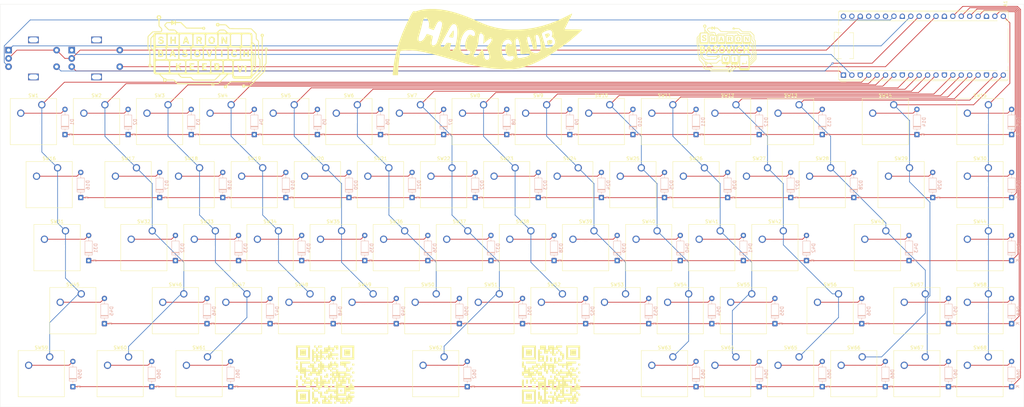
<source format=kicad_pcb>
(kicad_pcb (version 20241229) (generator "pcbnew") (generator_version "9.0")
  (layers (0 "F.Cu" signal) (2 "B.Cu" signal) (13 "F.Paste" user) (15 "B.Paste" user) (5 "F.SilkS" user "F.Silkscreen") (7 "B.SilkS" user "B.Silkscreen") (1 "F.Mask" user) (3 "B.Mask" user) (25 "Edge.Cuts" user))
  (net 0 "")
  (net 1 "C11")
  (net 3 "C14")
  (net 4 "Net-(A1-GPIO26_ADC0)")
  (net 5 "C7")
  (net 6 "C9")
  (net 7 "C12")
  (net 8 "C4")
  (net 9 "r3")
  (net 10 "GND")
  (net 11 "C8")
  (net 12 "C1")
  (net 13 "Net-(A1-GPIO22)")
  (net 14 "C13")
  (net 15 "C15")
  (net 16 "r2")
  (net 17 "C3")
  (net 18 "C6")
  (net 22 "C10")
  (net 23 "r4")
  (net 25 "C2")
  (net 26 "Net-(A1-GPIO28_ADC2)")
  (net 27 "Net-(A1-GPIO1)")
  (net 28 "Net-(A1-GPIO0)")
  (net 29 "C5")
  (net 31 "r5")
  (net 33 "r1")
  (net 34 "Net-(A1-GPIO27_ADC1)")
  (net 35 "Net-(D1-A)")
  (net 36 "Net-(D2-A)")
  (net 37 "Net-(D3-A)")
  (net 38 "Net-(D4-A)")
  (net 39 "Net-(D5-A)")
  (net 40 "Net-(D6-A)")
  (net 41 "Net-(D7-A)")
  (net 42 "Net-(D8-A)")
  (net 43 "Net-(D9-A)")
  (net 44 "Net-(D10-A)")
  (net 45 "Net-(D11-A)")
  (net 46 "Net-(D12-A)")
  (net 47 "Net-(D13-A)")
  (net 48 "Net-(D14-A)")
  (net 49 "Net-(D15-A)")
  (net 50 "Net-(D16-A)")
  (net 51 "Net-(D17-A)")
  (net 52 "Net-(D18-A)")
  (net 53 "Net-(D19-A)")
  (net 54 "Net-(D20-A)")
  (net 55 "Net-(D21-A)")
  (net 56 "Net-(D22-A)")
  (net 57 "Net-(D23-A)")
  (net 58 "Net-(D24-A)")
  (net 59 "Net-(D25-A)")
  (net 60 "Net-(D26-A)")
  (net 61 "Net-(D27-A)")
  (net 62 "Net-(D28-A)")
  (net 63 "Net-(D29-A)")
  (net 64 "Net-(D30-A)")
  (net 65 "Net-(D31-A)")
  (net 66 "Net-(D32-A)")
  (net 67 "Net-(D33-A)")
  (net 68 "Net-(D34-A)")
  (net 69 "Net-(D35-A)")
  (net 70 "Net-(D36-A)")
  (net 71 "Net-(D37-A)")
  (net 72 "Net-(D38-A)")
  (net 73 "Net-(D39-A)")
  (net 74 "Net-(D40-A)")
  (net 75 "Net-(D41-A)")
  (net 76 "Net-(D42-A)")
  (net 77 "Net-(D43-A)")
  (net 78 "Net-(D44-A)")
  (net 79 "Net-(D45-A)")
  (net 80 "Net-(D46-A)")
  (net 81 "Net-(D47-A)")
  (net 82 "Net-(D48-A)")
  (net 83 "Net-(D49-A)")
  (net 84 "Net-(D50-A)")
  (net 85 "Net-(D51-A)")
  (net 86 "Net-(D52-A)")
  (net 87 "Net-(D53-A)")
  (net 88 "Net-(D54-A)")
  (net 89 "Net-(D55-A)")
  (net 90 "Net-(D56-A)")
  (net 91 "Net-(D57-A)")
  (net 92 "Net-(D58-A)")
  (net 93 "Net-(D59-A)")
  (net 94 "Net-(D60-A)")
  (net 95 "Net-(D61-A)")
  (net 96 "Net-(D62-A)")
  (net 97 "Net-(D63-A)")
  (net 98 "Net-(D64-A)")
  (net 99 "Net-(D65-A)")
  (net 100 "Net-(D66-A)")
  (net 101 "Net-(D67-A)")
  (net 102 "Net-(D68-A)")
  (footprint "Button_Switch_Keyboard:SW_Cherry_MX_1.00u_PCB_Sharon" (layer "F.Cu") (at 337.9875 134.18)
    (property "Reference" "SW58")
    (property "Value" "SW_Push")
  )
  (footprint "Button_Switch_Keyboard:SW_Cherry_MX_1.00u_PCB_Sharon" (layer "F.Cu") (at 266.55 134.18)
    (property "Reference" "SW55")
    (property "Value" "SW_Push")
  )
  (footprint "Button_Switch_Keyboard:SW_Cherry_MX_1.00u_PCB_Sharon" (layer "F.Cu") (at 337.9875 115.13)
    (property "Reference" "SW44")
    (property "Value" "SW_Push")
  )
  (footprint "ScottoKeebs_Scotto:Encoder_EC11_MX" (layer "F.Cu") (at 49.7 63.02)
    (property "Reference" "SW70" (hide yes))
    (property "Value" "RotaryEncoder_Switch_MP" (hide yes))
  )
  (footprint "highway:qr1" (layer "F.Cu") (at 137.76 158.58)
    (property "Reference" "G***" (hide yes))
    (property "Value" "LOGO" (hide yes))
  )
  (footprint "Button_Switch_Keyboard:SW_Cherry_MX_1.00u_PCB_Sharon" (layer "F.Cu") (at 137.9625 96.08)
    (property "Reference" "SW20")
    (property "Value" "SW_Push")
  )
  (footprint "Button_Switch_Keyboard:SW_Cherry_MX_1.00u_PCB_Sharon" (layer "F.Cu") (at 223.6875 77.03)
    (property "Reference" "SW10")
    (property "Value" "SW_Push")
  )
  (footprint "highway:sbkeeb" (layer "F.Cu") (at 102.21 61.57)
    (property "Reference" "G***" (hide yes))
    (property "Value" "LOGO" (hide yes))
  )
  (footprint "Button_Switch_Keyboard:SW_Cherry_MX_1.00u_PCB_Sharon" (layer "F.Cu") (at 280.8375 153.23)
    (property "Reference" "SW65")
    (property "Value" "SW_Push")
  )
  (footprint "Button_Switch_Keyboard:SW_Cherry_MX_1.00u_PCB_Sharon" (layer "F.Cu") (at 292.74375 134.18)
    (property "Reference" "SW56")
    (property "Value" "SW_Push")
  )
  (footprint "Button_Switch_Keyboard:SW_Cherry_MX_1.00u_PCB_Sharon" (layer "F.Cu") (at 318.9375 153.23)
    (property "Reference" "SW67")
    (property "Value" "SW_Push")
  )
  (footprint "Button_Switch_Keyboard:SW_Cherry_MX_1.00u_PCB_Sharon" (layer "F.Cu") (at 142.725 115.13)
    (property "Reference" "SW35")
    (property "Value" "SW_Push")
  )
  (footprint "Button_Switch_Keyboard:SW_Cherry_MX_1.00u_PCB_Sharon" (layer "F.Cu") (at 64.14375 134.18)
    (property "Reference" "SW45")
    (property "Value" "SW_Push")
  )
  (footprint "Button_Switch_Keyboard:SW_Cherry_MX_1.00u_PCB_Sharon" (layer "F.Cu") (at 52.2375 77.03)
    (property "Reference" "SW1")
    (property "Value" "SW_Push")
  )
  (footprint "highway:hc" (layer "F.Cu") (at 186.844175 58.060875)
    (property "Reference" "G***" (hide yes))
    (property "Value" "LOGO" (hide yes))
  )
  (footprint "Button_Switch_Keyboard:SW_Cherry_MX_1.00u_PCB_Sharon" (layer "F.Cu") (at 185.5875 77.03)
    (property "Reference" "SW8")
    (property "Value" "SW_Push")
  )
  (footprint "Button_Switch_Keyboard:SW_Cherry_MX_1.00u_PCB_Sharon" (layer "F.Cu") (at 337.9875 153.23)
    (property "Reference" "SW68")
    (property "Value" "SW_Push")
  )
  (footprint "Button_Switch_Keyboard:SW_Cherry_MX_1.00u_PCB_Sharon" (layer "F.Cu") (at 102.24375 153.23)
    (property "Reference" "SW61")
    (property "Value" "SW_Push")
  )
  (footprint "Button_Switch_Keyboard:SW_Cherry_MX_1.00u_PCB_Sharon" (layer "F.Cu") (at 176.0625 96.08)
    (property "Reference" "SW22")
    (property "Value" "SW_Push")
  )
  (footprint "Button_Switch_Keyboard:SW_Cherry_MX_1.00u_PCB_Sharon" (layer "F.Cu") (at 80.8125 96.08)
    (property "Reference" "SW17")
    (property "Value" "SW_Push")
  )
  (footprint "highway:SBfinal" (layer "F.Cu") (at 259.114808 59.937383)
    (property "Reference" "G***" (hide yes))
    (property "Value" "LOGO" (hide yes))
  )
  (footprint "Button_Switch_Keyboard:SW_Cherry_MX_1.00u_PCB_Sharon" (layer "F.Cu") (at 90.3375 77.03)
    (property "Reference" "SW3")
    (property "Value" "SW_Push")
  )
  (footprint "Button_Switch_Keyboard:SW_Cherry_MX_1.00u_PCB_Sharon" (layer "F.Cu") (at 152.25 134.18)
    (property "Reference" "SW49")
    (property "Value" "SW_Push")
  )
  (footprint "Button_Switch_Keyboard:SW_Cherry_MX_1.00u_PCB_Sharon" (layer "F.Cu") (at 118.9125 96.08)
    (property "Reference" "SW19")
    (property "Value" "SW_Push")
  )
  (footprint "Button_Switch_Keyboard:SW_Cherry_MX_1.00u_PCB_Sharon" (layer "F.Cu") (at 276.075 115.13)
    (property "Reference" "SW42")
    (property "Value" "SW_Push")
  )
  (footprint "Button_Switch_Keyboard:SW_Cherry_MX_1.00u_PCB_Sharon" (layer "F.Cu") (at 128.4375 77.03)
    (property "Reference" "SW5")
    (property "Value" "SW_Push")
  )
  (footprint "Button_Switch_Keyboard:SW_Cherry_MX_1.00u_PCB_Sharon" (layer "F.Cu") (at 237.975 115.13)
    (property "Reference" "SW40")
    (property "Value" "SW_Push")
  )
  (footprint "Button_Switch_Keyboard:SW_Cherry_MX_1.00u_PCB_Sharon" (layer "F.Cu") (at 59.38125 115.13)
    (property "Reference" "SW31")
    (property "Value" "SW_Push")
  )
  (footprint "Button_Switch_Keyboard:SW_Cherry_MX_1.00u_PCB_Sharon" (layer "F.Cu") (at 309.4125 77.03)
    (property "Reference" "SW14")
    (property "Value" "SW_Push")
  )
  (footprint "Button_Switch_Keyboard:SW_Cherry_MX_1.00u_PCB_Sharon" (layer "F.Cu") (at 161.775 115.13)
    (property "Reference" "SW36")
    (property "Value" "SW_Push")
  )
  (footprint "Button_Switch_Keyboard:SW_Cherry_MX_1.00u_PCB_Sharon" (layer "F.Cu") (at 290.3625 96.08)
    (property "Reference" "SW28")
    (property "Value" "SW_Push")
  )
  (footprint "Button_Switch_Keyboard:SW_Cherry_MX_1.00u_PCB_Sharon" (layer "F.Cu") (at 166.5375 77.03)
    (property "Reference" "SW7")
    (property "Value" "SW_Push")
  )
  (footprint "Button_Switch_Keyboard:SW_Cherry_MX_1.00u_PCB_Sharon" (layer "F.Cu") (at 257.025 115.13)
    (property "Reference" "SW41")
    (property "Value" "SW_Push")
  )
  (footprint "Button_Switch_Keyboard:SW_Cherry_MX_1.00u_PCB_Sharon" (layer "F.Cu") (at 337.9875 77.03)
    (property "Reference" "SW15")
    (property "Value" "SW_Push")
  )
  (footprint "Button_Switch_Keyboard:SW_Cherry_MX_1.00u_PCB_Sharon" (layer "F.Cu") (at 78.43125 153.23)
    (property "Reference" "SW60")
    (property "Value" "SW_Push")
  )
  (footprint "Button_Switch_Keyboard:SW_Cherry_MX_1.00u_PCB_Sharon" (layer "F.Cu") (at 252.2625 96.08)
    (property "Reference" "SW26")
    (property "Value" "SW_Push")
  )
  (footprint "Button_Switch_Keyboard:SW_Cherry_MX_1.00u_PCB_Sharon" (layer "F.Cu") (at 109.3875 77.03)
    (property "Reference" "SW4")
    (property "Value" "SW_Push")
  )
  (footprint "Button_Switch_Keyboard:SW_Cherry_MX_1.00u_PCB_Sharon" (layer "F.Cu") (at 57 96.08)
    (property "Reference" "SW16")
    (property "Value" "SW_Push")
  )
  (footprint "Button_Switch_Keyboard:SW_Cherry_MX_1.00u_PCB_Sharon" (layer "F.Cu") (at 195.1125 96.08)
    (property "Reference" "SW23")
    (property "Value" "SW_Push")
  )
  (footprint "Button_Switch_Keyboard:SW_Cherry_MX_1.00u_PCB_Sharon" (layer "F.Cu") (at 307.03125 115.13)
    (property "Reference" "SW43")
    (property "Value" "SW_Push")
  )
  (footprint "Button_Switch_Keyboard:SW_Cherry_MX_1.00u_PCB_Sharon" (layer "F.Cu") (at 218.925 115.13)
    (property "Reference" "SW39")
    (property "Value" "SW_Push")
  )
  (footprint "Button_Switch_Keyboard:SW_Cherry_MX_1.00u_PCB_Sharon" (layer "F.Cu") (at 261.7875 77.03)
    (property "Reference" "SW12")
    (property "Value" "SW_Push")
  )
  (footprint "Button_Switch_Keyboard:SW_Cherry_MX_1.00u_PCB_Sharon" (layer "F.Cu") (at 261.7875 153.23)
    (property "Reference" "SW64")
    (property "Value" "SW_Push")
  )
  (footprint "Button_Switch_Keyboard:SW_Cherry_MX_1.00u_PCB_Sharon" (layer "F.Cu") (at 123.675 115.13)
    (property "Reference" "SW34")
    (property "Value" "SW_Push")
  )
  (footprint "Button_Switch_Keyboard:SW_Cherry_MX_1.00u_PCB_Sharon" (layer "F.Cu") (at 299.8875 153.23)
    (property "Reference" "SW66")
    (property "Value" "SW_Push")
  )
  (footprint "Button_Switch_Keyboard:SW_Cherry_MX_1.00u_PCB_Sharon" (layer "F.Cu") (at 54.61875 153.23)
    (property "Reference" "SW59")
    (property "Value" "SW_Push")
  )
  (footprint "Button_Switch_Keyboard:SW_Cherry_MX_1.00u_PCB_Sharon" (layer "F.Cu") (at 314.175 96.08)
    (property "Reference" "SW29")
    (property "Value" "SW_Push")
  )
  (footprint "Button_Switch_Keyboard:SW_Cherry_MX_1.00u_PCB_Sharon" (layer "F.Cu") (at 214.1625 96.08)
    (property "Reference" "SW24")
    (property "Value" "SW_Push")
  )
  (footprint "Button_Switch_Keyboard:SW_Cherry_MX_1.00u_PCB_Sharon" (layer "F.Cu") (at 337.9875 96.08)
    (property "Reference" "SW30")
    (property "Value" "SW_Push")
  )
  (footprint "Module:RaspberryPi_Pico_Common_THT" (layer "F.Cu") (at 294.23 68.06 90)
    (property "Reference" "A1")
    (property "Value" "RaspberryPi_Pico")
  )
  (footprint "Button_Switch_Keyboard:SW_Cherry_MX_1.00u_PCB_Sharon" (layer "F.Cu") (at 199.875 115.13)
    (property "Reference" "SW38")
    (property "Value" "SW_Push")
  )
  (footprint "Button_Switch_Keyboard:SW_Cherry_MX_1.00u_PCB_Sharon" (layer "F.Cu") (at 318.9375 134.18)
    (property "Reference" "SW57")
    (property "Value" "SW_Push")
  )
  (footprint "Button_Switch_Keyboard:SW_Cherry_MX_1.00u_PCB_Sharon" (layer "F.Cu") (at 85.575 115.13)
    (property "Reference" "SW32")
    (property "Value" "SW_Push")
  )
  (footprint "Button_Switch_Keyboard:SW_Cherry_MX_1.00u_PCB_Sharon" (layer "F.Cu") (at 204.6375 77.03)
    (property "Reference" "SW9")
    (property "Value" "SW_Push")
  )
  (footprint "Button_Switch_Keyboard:SW_Cherry_MX_1.00u_PCB_Sharon" (layer "F.Cu") (at 71.2875 77.03)
    (property "Reference" "SW2")
    (property "Value" "SW_Push")
  )
  (footprint "Button_Switch_Keyboard:SW_Cherry_MX_1.00u_PCB_Sharon" (layer "F.Cu") (at 180.825 115.13)
    (property "Reference" "SW37")
    (property "Value" "SW_Push")
  )
  (footprint "Button_Switch_Keyboard:SW_Cherry_MX_1.00u_PCB_Sharon" (layer "F.Cu") (at 95.1 134.18)
    (property "Reference" "SW46")
    (property "Value" "SW_Push")
  )
  (footprint "Button_Switch_Keyboard:SW_Cherry_MX_1.00u_PCB_Sharon" (layer "F.Cu") (at 114.15 134.18)
    (property "Reference" "SW47")
    (property "Value" "SW_Push")
  )
  (footprint "Button_Switch_Keyboard:SW_Cherry_MX_1.00u_PCB_Sharon" (layer "F.Cu") (at 233.2125 96.08)
    (property "Reference" "SW25")
    (property "Value" "SW_Push")
  )
  (footprint "Button_Switch_Keyboard:SW_Cherry_MX_1.00u_PCB_Sharon" (layer "F.Cu") (at 147.4875 77.03)
    (property "Reference" "SW6")
    (property "Value" "SW_Push")
  )
  (footprint "Button_Switch_Keyboard:SW_Cherry_MX_1.00u_PCB_Sharon" (layer "F.Cu") (at 242.7375 153.23)
    (property "Reference" "SW63")
    (property "Value" "SW_Push")
  )
  (footprint "Button_Switch_Keyboard:SW_Cherry_MX_1.00u_PCB_Sharon" (layer "F.Cu") (at 133.2 134.18)
    (property "Reference" "SW48")
    (property "Value" "SW_Push")
  )
  (footprint "Button_Switch_Keyboard:SW_Cherry_MX_1.00u_PCB_Sharon" (layer "F.Cu") (at 190.35 134.18)
    (property "Reference" "SW51")
    (property "Value" "SW_Push")
  )
  (footprint "Button_Switch_Keyboard:SW_Cherry_MX_1.00u_PCB_Sharon" (layer "F.Cu") (at 228.45 134.18)
    (property "Reference" "SW53")
    (property "Value" "SW_Push")
  )
  (footprint "Button_Switch_Keyboard:SW_Cherry_MX_1.00u_PCB_Sharon" (layer "F.Cu") (at 271.3125 96.08)
    (property "Reference" "SW27")
    (property "Value" "SW_Push")
  )
  (footprint "highway:qr2" (layer "F.Cu") (at 205.96 158.58)
    (property "Reference" "G***" (hide yes))
    (property "Value" "LOGO" (hide yes))
  )
  (footprint "Button_Switch_Keyboard:SW_Cherry_MX_1.00u_PCB_Sharon" (layer "F.Cu") (at 173.68125 153.23)
    (property "Reference" "SW62")
    (property "Value" "SW_Push")
  )
  (footprint "Button_Switch_Keyboard:SW_Cherry_MX_1.00u_PCB_Sharon" (layer "F.Cu") (at 171.3 134.18)
    (property "Reference" "SW50")
    (property "Value" "SW_Push")
  )
  (footprint "Button_Switch_Keyboard:SW_Cherry_MX_1.00u_PCB_Sharon" (layer "F.Cu") (at 209.4 134.18)
    (property "Reference" "SW52")
    (property "Value" "SW_Push")
  )
  (footprint "Button_Switch_Keyboard:SW_Cherry_MX_1.00u_PCB_Sharon" (layer "F.Cu") (at 157.0125 96.08)
    (property "Reference" "SW21")
    (property "Value" "SW_Push")
  )
  (footprint "Button_Switch_Keyboard:SW_Cherry_MX_1.00u_PCB_Sharon" (layer "F.Cu") (at 280.8375 77.03)
    (property "Reference" "SW13")
    (property "Value" "SW_Push")
  )
  (footprint "ScottoKeebs_Scotto:Encoder_EC11_MX" (layer "F.Cu") (at 68.77 63.02)
    (property "Reference" "SW69" (hide yes))
    (property "Value" "RotaryEncoder_Switch_MP" (hide yes))
  )
  (footprint "Button_Switch_Keyboard:SW_Cherry_MX_1.00u_PCB_Sharon" (layer "F.Cu") (at 242.7375 77.03)
    (property "Reference" "SW11")
    (property "Value" "SW_Push")
  )
  (footprint "Button_Switch_Keyboard:SW_Cherry_MX_1.00u_PCB_Sharon" (layer "F.Cu") (at 247.5 134.18)
    (property "Reference" "SW54")
    (property "Value" "SW_Push")
  )
  (footprint "Button_Switch_Keyboard:SW_Cherry_MX_1.00u_PCB_Sharon" (layer "F.Cu") (at 104.625 115.13)
    (property "Reference" "SW33")
    (property "Value" "SW_Push")
  )
  (footprint "Button_Switch_Keyboard:SW_Cherry_MX_1.00u_PCB_Sharon" (layer "F.Cu") (at 99.8625 96.08)
    (property "Reference" "SW18")
    (property "Value" "SW_Push")
  )
  (footprint "Diode_THT:D_DO-35_SOD27_P7.62mm_Horizontal" (layer "B.Cu") (at 106.8625 105.08 90)
    (property "Reference" "D18")
    (property "Value" "1N4148")
  )
  (footprint "Diode_THT:D_DO-35_SOD27_P7.62mm_Horizontal" (layer "B.Cu") (at 344.9875 143.18 90)
    (property "Reference" "D58")
    (property "Value" "1N4148")
  )
  (footprint "Diode_THT:D_DO-35_SOD27_P7.62mm_Horizontal" (layer "B.Cu") (at 230.6875 86.03 90)
    (property "Reference" "D10")
    (property "Value" "1N4148")
  )
  (footprint "Diode_THT:D_DO-35_SOD27_P7.62mm_Horizontal" (layer "B.Cu") (at 344.9875 162.23 90)
    (property "Reference" "D68")
    (property "Value" "1N4148")
  )
  (footprint "Diode_THT:D_DO-35_SOD27_P7.62mm_Horizontal" (layer "B.Cu") (at 85.43125 162.23 90)
    (property "Reference" "D60")
    (property "Value" "1N4148")
  )
  (footprint "Diode_THT:D_DO-35_SOD27_P7.62mm_Horizontal" (layer "B.Cu") (at 168.775 124.13 90)
    (property "Reference" "D36")
    (property "Value" "1N4148")
  )
  (footprint "Diode_THT:D_DO-35_SOD27_P7.62mm_Horizontal" (layer "B.Cu") (at 287.8375 162.23 90)
    (property "Reference" "D65")
    (property "Value" "1N4148")
  )
  (footprint "Diode_THT:D_DO-35_SOD27_P7.62mm_Horizontal" (layer "B.Cu") (at 64 105.08 90)
    (property "Reference" "D16")
    (property "Value" "1N4148")
  )
  (footprint "Diode_THT:D_DO-35_SOD27_P7.62mm_Horizontal" (layer "B.Cu") (at 225.925 124.13 90)
    (property "Reference" "D39")
    (property "Value" "1N4148")
  )
  (footprint "Diode_THT:D_DO-35_SOD27_P7.62mm_Horizontal" (layer "B.Cu") (at 183.0625 105.08 90)
    (property "Reference" "D22")
    (property "Value" "1N4148")
  )
  (footprint "Diode_THT:D_DO-35_SOD27_P7.62mm_Horizontal" (layer "B.Cu") (at 254.5 143.18 90)
    (property "Reference" "D54")
    (property "Value" "1N4148")
  )
  (footprint "Diode_THT:D_DO-35_SOD27_P7.62mm_Horizontal" (layer "B.Cu") (at 61.61875 162.23 90)
    (property "Reference" "D59")
    (property "Value" "1N4148")
  )
  (footprint "Diode_THT:D_DO-35_SOD27_P7.62mm_Horizontal" (layer "B.Cu") (at 59.2375 86.03 90)
    (property "Reference" "D1")
    (property "Value" "1N4148")
  )
  (footprint "Diode_THT:D_DO-35_SOD27_P7.62mm_Horizontal" (layer "B.Cu") (at 316.4125 86.03 90)
    (property "Reference" "D14")
    (property "Value" "1N4148")
  )
  (footprint "Diode_THT:D_DO-35_SOD27_P7.62mm_Horizontal" (layer "B.Cu") (at 116.3875 86.03 90)
    (property "Reference" "D4")
    (property "Value" "1N4148")
  )
  (footprint "Diode_THT:D_DO-35_SOD27_P7.62mm_Horizontal" (layer "B.Cu") (at 66.38125 124.13 90)
    (property "Reference" "D31")
    (property "Value" "1N4148")
  )
  (footprint "Diode_THT:D_DO-35_SOD27_P7.62mm_Horizontal" (layer "B.Cu") (at 344.9875 105.08 90)
    (property "Reference" "D30")
    (property "Value" "1N4148")
  )
  (footprint "Diode_THT:D_DO-35_SOD27_P7.62mm_Horizontal" (layer "B.Cu") (at 125.9125 105.08 90)
    (property "Reference" "D19")
    (property "Value" "1N4148")
  )
  (footprint "Diode_THT:D_DO-35_SOD27_P7.62mm_Horizontal" (layer "B.Cu") (at 211.6375 86.03 90)
    (property "Reference" "D9")
    (property "Value" "1N4148")
  )
  (footprint "Diode_THT:D_DO-35_SOD27_P7.62mm_Horizontal" (layer "B.Cu") (at 111.625 124.13 90)
    (property "Reference" "D33")
    (property "Value" "1N4148")
  )
  (footprint "Diode_THT:D_DO-35_SOD27_P7.62mm_Horizontal" (layer "B.Cu") (at 78.2875 86.03 90)
    (property "Reference" "D2")
    (property "Value" "1N4148")
  )
  (footprint "Diode_THT:D_DO-35_SOD27_P7.62mm_Horizontal" (layer "B.Cu") (at 92.575 124.13 90)
    (property "Reference" "D32")
    (property "Value" "1N4148")
  )
  (footprint "Diode_THT:D_DO-35_SOD27_P7.62mm_Horizontal" (layer "B.Cu") (at 121.15 143.18 90)
    (property "Reference" "D47")
    (property "Value" "1N4148")
  )
  (footprint "Diode_THT:D_DO-35_SOD27_P7.62mm_Horizontal" (layer "B.Cu") (at 287.8375 86.03 90)
    (property "Reference" "D13")
    (property "Value" "1N4148")
  )
  (footprint "Diode_THT:D_DO-35_SOD27_P7.62mm_Horizontal" (layer "B.Cu") (at 87.8125 105.08 90)
    (property "Reference" "D17")
    (property "Value" "1N4148")
  )
  (footprint "Diode_THT:D_DO-35_SOD27_P7.62mm_Horizontal" (layer "B.Cu") (at 249.7375 86.03 90)
    (property "Reference" "D11")
    (property "Value" "1N4148")
  )
  (footprint "Diode_THT:D_DO-35_SOD27_P7.62mm_Horizontal" (layer "B.Cu") (at 306.8875 162.23 90)
    (property "Reference" "D66")
    (property "Value" "1N4148")
  )
  (footprint "Diode_THT:D_DO-35_SOD27_P7.62mm_Horizontal" (layer "B.Cu") (at 180.68125 162.23 90)
    (property "Reference" "D62")
    (property "Value" "1N4148")
  )
  (footprint "Diode_THT:D_DO-35_SOD27_P7.62mm_Horizontal" (layer "B.Cu") (at 259.2625 105.08 90)
    (property "Reference" "D26")
    (property "Value" "1N4148")
  )
  (footprint "Diode_THT:D_DO-35_SOD27_P7.62mm_Horizontal" (layer "B.Cu") (at 192.5875 86.03 90)
    (property "Reference" "D8")
    (property "Value" "1N4148")
  )
  (footprint "Diode_THT:D_DO-35_SOD27_P7.62mm_Horizontal" (layer "B.Cu") (at 178.3 143.18 90)
    (property "Reference" "D50")
    (property "Value" "1N4148")
  )
  (footprint "Diode_THT:D_DO-35_SOD27_P7.62mm_Horizontal" (layer "B.Cu") (at 344.9875 124.13 90)
    (property "Reference" "D44")
    (property "Value" "1N4148")
  )
  (footprint "Diode_THT:D_DO-35_SOD27_P7.62mm_Horizontal" (layer "B.Cu") (at 297.3625 105.08 90)
    (property "Reference" "D28")
    (property "Value" "1N4148")
  )
  (footprint "Diode_THT:D_DO-35_SOD27_P7.62mm_Horizontal" (layer "B.Cu") (at 264.025 124.13 90)
    (property "Reference" "D41")
    (property "Value" "1N4148")
  )
  (footprint "Diode_THT:D_DO-35_SOD27_P7.62mm_Horizontal" (layer "B.Cu") (at 314.03125 124.13 90)
    (property "Reference" "D43")
    (property "Value" "1N4148")
  )
  (footprint "Diode_THT:D_DO-35_SOD27_P7.62mm_Horizontal" (layer "B.Cu") (at 130.675 124.13 90)
    (property "Reference" "D34")
    (property "Value" "1N4148")
  )
  (footprint "Diode_THT:D_DO-35_SOD27_P7.62mm_Horizontal" (layer "B.Cu") (at 202.1125 105.08 90)
    (property "Reference" "D23")
    (property "Value" "1N4148")
  )
  (footprint "Diode_THT:D_DO-35_SOD27_P7.62mm_Horizontal" (layer "B.Cu") (at 187.825 124.13 90)
    (property "Reference" "D37")
    (property "Value" "1N4148")
  )
  (footprint "Diode_THT:D_DO-35_SOD27_P7.62mm_Horizontal" (layer "B.Cu") (at 268.7875 162.23 90)
    (property "Reference" "D64")
    (property "Value" "1N4148")
  )
  (footprint "Diode_THT:D_DO-35_SOD27_P7.62mm_Horizontal" (layer "B.Cu") (at 173.5375 86.03 90)
    (property "Reference" "D7")
    (property "Value" "1N4148")
  )
  (footprint "Diode_THT:D_DO-35_SOD27_P7.62mm_Horizontal" (layer "B.Cu") (at 249.7375 162.23 90)
    (property "Reference" "D63")
    (property "Value" "1N4148")
  )
  (footprint "Diode_THT:D_DO-35_SOD27_P7.62mm_Horizontal" (layer "B.Cu") (at 321.175 105.08 90)
    (property "Reference" "D29")
    (property "Value" "1N4148")
  )
  (footprint "Diode_THT:D_DO-35_SOD27_P7.62mm_Horizontal" (layer "B.Cu") (at 109.24375 162.23 90)
    (property "Reference" "D61")
    (property "Value" "1N4148")
  )
  (footprint "Diode_THT:D_DO-35_SOD27_P7.62mm_Horizontal" (layer "B.Cu") (at 71.14375 143.18 90)
    (property "Reference" "D45")
    (property "Value" "1N4148")
  )
  (footprint "Diode_THT:D_DO-35_SOD27_P7.62mm_Horizontal" (layer "B.Cu") (at 235.45 143.18 90)
    (property "Reference" "D53")
    (property "Value" "1N4148")
  )
  (footprint "Diode_THT:D_DO-35_SOD27_P7.62mm_Horizontal" (layer "B.Cu") (at 244.975 124.13 90)
    (property "Reference" "D40")
    (property "Value" "1N4148")
  )
  (footprint "Diode_THT:D_DO-35_SOD27_P7.62mm_Horizontal" (layer "B.Cu") (at 197.35 143.18 90)
    (property "Reference" "D51")
    (property "Value" "1N4148")
  )
  (footprint "Diode_THT:D_DO-35_SOD27_P7.62mm_Horizontal" (layer "B.Cu") (at 299.74375 143.18 90)
    (property "Reference" "D56")
    (property "Value" "1N4148")
  )
  (footprint "Diode_THT:D_DO-35_SOD27_P7.62mm_Horizontal" (layer "B.Cu") (at 97.3375 86.03 90)
    (property "Reference" "D3")
    (property "Value" "1N4148")
  )
  (footprint "Diode_THT:D_DO-35_SOD27_P7.62mm_Horizontal" (layer "B.Cu") (at 344.9875 86.03 90)
    (property "Reference" "D15")
    (property "Value" "1N4148")
  )
  (footprint "Diode_THT:D_DO-35_SOD27_P7.62mm_Horizontal" (layer "B.Cu") (at 102.1 143.18 90)
    (property "Reference" "D46")
    (property "Value" "1N4148")
  )
  (footprint "Diode_THT:D_DO-35_SOD27_P7.62mm_Horizontal" (layer "B.Cu") (at 325.9375 143.18 90)
    (property "Reference" "D57")
    (property "Value" "1N4148")
  )
  (footprint "Diode_THT:D_DO-35_SOD27_P7.62mm_Horizontal" (layer "B.Cu") (at 164.0125 105.08 90)
    (property "Reference" "D21")
    (property "Value" "1N4148")
  )
  (footprint "Diode_THT:D_DO-35_SOD27_P7.62mm_Horizontal" (layer "B.Cu") (at 144.9625 105.08 90)
    (property "Reference" "D20")
    (property "Value" "1N4148")
  )
  (footprint "Diode_THT:D_DO-35_SOD27_P7.62mm_Horizontal" (layer "B.Cu") (at 154.4875 86.03 90)
    (property "Reference" "D6")
    (property "Value" "1N4148")
  )
  (footprint "Diode_THT:D_DO-35_SOD27_P7.62mm_Horizontal" (layer "B.Cu") (at 273.55 143.18 90)
    (property "Reference" "D55")
    (property "Value" "1N4148")
  )
  (footprint "Diode_THT:D_DO-35_SOD27_P7.62mm_Horizontal" (layer "B.Cu") (at 149.725 124.13 90)
    (property "Reference" "D35")
    (property "Value" "1N4148")
  )
  (footprint "Diode_THT:D_DO-35_SOD27_P7.62mm_Horizontal" (layer "B.Cu") (at 140.2 143.18 90)
    (property "Reference" "D48")
    (property "Value" "1N4148")
  )
  (footprint "Diode_THT:D_DO-35_SOD27_P7.62mm_Horizontal" (layer "B.Cu") (at 278.3125 105.08 90)
    (property "Reference" "D27")
    (property "Value" "1N4148")
  )
  (footprint "Diode_THT:D_DO-35_SOD27_P7.62mm_Horizontal" (layer "B.Cu") (at 221.1625 105.08 90)
    (property "Reference" "D24")
    (property "Value" "1N4148")
  )
  (footprint "Diode_THT:D_DO-35_SOD27_P7.62mm_Horizontal" (layer "B.Cu") (at 240.2125 105.08 90)
    (property "Reference" "D25")
    (property "Value" "1N4148")
  )
  (footprint "Diode_THT:D_DO-35_SOD27_P7.62mm_Horizontal" (layer "B.Cu") (at 216.4 143.18 90)
    (property "Reference" "D52")
    (property "Value" "1N4148")
  )
  (footprint "Diode_THT:D_DO-35_SOD27_P7.62mm_Horizontal" (layer "B.Cu") (at 283.075 124.13 90)
    (property "Reference" "D42")
    (property "Value" "1N4148")
  )
  (footprint "Diode_THT:D_DO-35_SOD27_P7.62mm_Horizontal" (layer "B.Cu") (at 325.9375 162.23 90)
    (property "Reference" "D67")
    (property "Value" "1N4148")
  )
  (footprint "Diode_THT:D_DO-35_SOD27_P7.62mm_Horizontal" (layer "B.Cu") (at 268.7875 86.03 90)
    (property "Reference" "D12")
    (property "Value" "1N4148")
  )
  (footprint "Diode_THT:D_DO-35_SOD27_P7.62mm_Horizontal" (layer "B.Cu") (at 135.4375 86.03 90)
    (property "Reference" "D5")
    (property "Value" "1N4148")
  )
  (footprint "Diode_THT:D_DO-35_SOD27_P7.62mm_Horizontal" (layer "B.Cu") (at 206.875 124.13 90)
    (property "Reference" "D38")
    (property "Value" "1N4148")
  )
  (footprint "Diode_THT:D_DO-35_SOD27_P7.62mm_Horizontal" (layer "B.Cu") (at 159.25 143.18 90)
    (property "Reference" "D49")
    (property "Value" "1N4148")
  )
  (gr_rect (start 39.64 46.68) (end 348.72 168.38) (stroke (width 0.05)) (fill no) (layer "Edge.Cuts"))
  (segment (start 245.0775 74.69) (end 325.7 74.69) (width 0.2) (layer "F.Cu") (net 1))
  (segment (start 242.7375 77.03) (end 245.0775 74.69) (width 0.2) (layer "F.Cu") (net 1))
  (segment (start 325.7 74.69) (end 332.33 68.06) (width 0.2) (layer "F.Cu") (net 1))
  (segment (start 260.687501 152.130001) (end 260.687501 139.257683) (width 0.2) (layer "B.Cu") (net 1))
  (segment (start 252.2625 96.08) (end 242.7375 86.555) (width 0.2) (layer "B.Cu") (net 1))
  (segment (start 266.55 134.18) (end 266.55 124.655) (width 0.2) (layer "B.Cu") (net 1))
  (segment (start 261.7875 153.23) (end 260.687501 152.130001) (width 0.2) (layer "B.Cu") (net 1))
  (segment (start 257.025 100.8425) (end 252.2625 96.08) (width 0.2) (layer "B.Cu") (net 1))
  (segment (start 260.687501 139.257683) (end 265.765184 134.18) (width 0.2) (layer "B.Cu") (net 1))
  (segment (start 242.7375 86.555) (end 242.7375 77.03) (width 0.2) (layer "B.Cu") (net 1))
  (segment (start 266.55 124.655) (end 257.025 115.13) (width 0.2) (layer "B.Cu") (net 1))
  (segment (start 265.765184 134.18) (end 266.55 134.18) (width 0.2) (layer "B.Cu") (net 1))
  (segment (start 257.025 115.13) (end 257.025 100.8425) (width 0.2) (layer "B.Cu") (net 1))
  (segment (start 309.4125 77.03) (end 333.52 77.03) (width 0.2) (layer "F.Cu") (net 3))
  (segment (start 333.52 77.03) (end 342.49 68.06) (width 0.2) (layer "F.Cu") (net 3))
  (segment (start 314.175 81.7925) (end 309.4125 77.03) (width 0.2) (layer "B.Cu") (net 3))
  (segment (start 320.3385 106.48197) (end 314.175 100.31847) (width 0.2) (layer "B.Cu") (net 3))
  (segment (start 318.9375 153.23) (end 319.517814 152.649686) (width 0.2) (layer "B.Cu") (net 3))
  (segment (start 320.3385 134.760314) (end 320.3385 106.48197) (width 0.2) (layer "B.Cu") (net 3))
  (segment (start 314.175 96.08) (end 314.175 81.7925) (width 0.2) (layer "B.Cu") (net 3))
  (segment (start 314.175 100.31847) (end 314.175 96.08) (width 0.2) (layer "B.Cu") (net 3))
  (segment (start 319.517814 135.581) (end 320.3385 134.760314) (width 0.2) (layer "B.Cu") (net 3))
  (segment (start 319.517814 152.649686) (end 319.517814 135.581) (width 0.2) (layer "B.Cu") (net 3))
  (segment (start 302.9 64.47) (end 317.09 50.28) (width 0.2) (layer "F.Cu") (net 4))
  (segment (start 290.98 64.47) (end 302.9 64.47) (width 0.2) (layer "F.Cu") (net 4))
  (via (at 290.98 64.47) (size 0.6) (drill 0.3) (layers "F.Cu" "B.Cu") (net 4))
  (segment (start 288.629 66.821) (end 290.98 64.47) (width 0.2) (layer "B.Cu") (net 4))
  (segment (start 56.7 65.52) (end 58.001 66.821) (width 0.2) (layer "B.Cu") (net 4))
  (segment (start 58.001 66.821) (end 288.629 66.821) (width 0.2) (layer "B.Cu") (net 4))
  (segment (start 314.77 72.92) (end 319.63 68.06) (width 0.2) (layer "F.Cu") (net 5))
  (segment (start 170.6475 72.92) (end 314.77 72.92) (width 0.2) (layer "F.Cu") (net 5))
  (segment (start 166.5375 77.03) (end 170.6475 72.92) (width 0.2) (layer "F.Cu") (net 5))
  (segment (start 189.5075 134.18) (end 190.35 134.18) (width 0.2) (layer "B.Cu") (net 5))
  (segment (start 176.0625 110.3675) (end 176.0625 96.08) (width 0.2) (layer "B.Cu") (net 5))
  (segment (start 190.35 134.18) (end 190.35 124.655) (width 0.2) (layer "B.Cu") (net 5))
  (segment (start 173.68125 153.23) (end 173.68125 150.00625) (width 0.2) (layer "B.Cu") (net 5))
  (segment (start 176.0625 96.08) (end 176.0625 86.555) (width 0.2) (layer "B.Cu") (net 5))
  (segment (start 190.35 124.655) (end 180.825 115.13) (width 0.2) (layer "B.Cu") (net 5))
  (segment (start 173.68125 150.00625) (end 189.5075 134.18) (width 0.2) (layer "B.Cu") (net 5))
  (segment (start 176.0625 86.555) (end 166.5375 77.03) (width 0.2) (layer "B.Cu") (net 5))
  (segment (start 180.825 115.13) (end 176.0625 110.3675) (width 0.2) (layer "B.Cu") (net 5))
  (segment (start 204.6375 77.03) (end 207.8675 73.8) (width 0.2) (layer "F.Cu") (net 6))
  (segment (start 321.51 73.8) (end 327.25 68.06) (width 0.2) (layer "F.Cu") (net 6))
  (segment (start 207.8675 73.8) (end 321.51 73.8) (width 0.2) (layer "F.Cu") (net 6))
  (segment (start 204.6375 86.555) (end 214.1625 96.08) (width 0.2) (layer "B.Cu") (net 6))
  (segment (start 204.6375 77.03) (end 204.6375 86.555) (width 0.2) (layer "B.Cu") (net 6))
  (segment (start 214.1625 96.08) (end 218.925 100.8425) (width 0.2) (layer "B.Cu") (net 6))
  (segment (start 228.45 124.655) (end 228.45 134.18) (width 0.2) (layer "B.Cu") (net 6))
  (segment (start 218.925 115.13) (end 228.45 124.655) (width 0.2) (layer "B.Cu") (net 6))
  (segment (start 218.925 100.8425) (end 218.925 115.13) (width 0.2) (layer "B.Cu") (net 6))
  (segment (start 327.74 75.19) (end 334.87 68.06) (width 0.2) (layer "F.Cu") (net 7))
  (segment (start 261.7875 77.03) (end 263.6275 75.19) (width 0.2) (layer "F.Cu") (net 7))
  (segment (start 263.6275 75.19) (end 327.74 75.19) (width 0.2) (layer "F.Cu") (net 7))
  (segment (start 292.74375 134.18) (end 290.88653 134.18) (width 0.2) (layer "B.Cu") (net 7))
  (segment (start 290.88653 134.18) (end 276.075 119.36847) (width 0.2) (layer "B.Cu") (net 7))
  (segment (start 271.3125 96.08) (end 271.3125 86.555) (width 0.2) (layer "B.Cu") (net 7))
  (segment (start 276.075 100.8425) (end 271.3125 96.08) (width 0.2) (layer "B.Cu") (net 7))
  (segment (start 292.74375 141.32375) (end 292.74375 134.18) (width 0.2) (layer "B.Cu") (net 7))
  (segment (start 276.075 119.36847) (end 276.075 115.13) (width 0.2) (layer "B.Cu") (net 7))
  (segment (start 276.075 115.13) (end 276.075 100.8425) (width 0.2) (layer "B.Cu") (net 7))
  (segment (start 271.3125 86.555) (end 261.7875 77.03) (width 0.2) (layer "B.Cu") (net 7))
  (segment (start 280.8375 153.23) (end 292.74375 141.32375) (width 0.2) (layer "B.Cu") (net 7))
  (segment (start 115.0075 71.41) (end 109.3875 77.03) (width 0.2) (layer "F.Cu") (net 8))
  (segment (start 306.12 71.41) (end 115.0075 71.41) (width 0.2) (layer "F.Cu") (net 8))
  (segment (start 309.47 68.06) (end 306.12 71.41) (width 0.2) (layer "F.Cu") (net 8))
  (segment (start 123.675 115.13) (end 123.675 124.655) (width 0.2) (layer "B.Cu") (net 8))
  (segment (start 123.675 124.655) (end 133.2 134.18) (width 0.2) (layer "B.Cu") (net 8))
  (segment (start 118.9125 96.08) (end 118.9125 110.3675) (width 0.2) (layer "B.Cu") (net 8))
  (segment (start 118.9125 110.3675) (end 123.675 115.13) (width 0.2) (layer "B.Cu") (net 8))
  (segment (start 109.3875 77.03) (end 109.3875 86.555) (width 0.2) (layer "B.Cu") (net 8))
  (segment (start 109.3875 86.555) (end 118.9125 96.08) (width 0.2) (layer "B.Cu") (net 8))
  (segment (start 168.775 124.13) (end 187.825 124.13) (width 0.2) (layer "F.Cu") (net 9))
  (segment (start 206.875 124.13) (end 225.925 124.13) (width 0.2) (layer "F.Cu") (net 9))
  (segment (start 264.025 124.13) (end 283.075 124.13) (width 0.2) (layer "F.Cu") (net 9))
  (segment (start 66.38125 124.13) (end 92.575 124.13) (width 0.2) (layer "F.Cu") (net 9))
  (segment (start 334.512 48.098) (end 332.33 50.28) (width 0.2) (layer "F.Cu") (net 9))
  (segment (start 130.675 124.13) (end 149.725 124.13) (width 0.2) (layer "F.Cu") (net 9))
  (segment (start 92.575 124.13) (end 111.625 124.13) (width 0.2) (layer "F.Cu") (net 9))
  (segment (start 283.075 124.13) (end 314.03125 124.13) (width 0.2) (layer "F.Cu") (net 9))
  (segment (start 346.4197 48.098) (end 334.512 48.098) (width 0.2) (layer "F.Cu") (net 9))
  (segment (start 149.725 124.13) (end 168.775 124.13) (width 0.2) (layer "F.Cu") (net 9))
  (segment (start 314.03125 124.13) (end 344.9875 124.13) (width 0.2) (layer "F.Cu") (net 9))
  (segment (start 344.9875 124.13) (end 346.8905 122.227) (width 0.2) (layer "F.Cu") (net 9))
  (segment (start 225.925 124.13) (end 244.975 124.13) (width 0.2) (layer "F.Cu") (net 9))
  (segment (start 187.825 124.13) (end 206.875 124.13) (width 0.2) (layer "F.Cu") (net 9))
  (segment (start 111.625 124.13) (end 130.675 124.13) (width 0.2) (layer "F.Cu") (net 9))
  (segment (start 244.975 124.13) (end 264.025 124.13) (width 0.2) (layer "F.Cu") (net 9))
  (segment (start 346.8905 48.5688) (end 346.4197 48.098) (width 0.2) (layer "F.Cu") (net 9))
  (segment (start 346.8905 122.227) (end 346.8905 48.5688) (width 0.2) (layer "F.Cu") (net 9))
  (segment (start 44.7 60.52) (end 56.7 60.52) (width 0.2) (layer "F.Cu") (net 10))
  (segment (start 61.27 63.02) (end 63.77 60.52) (width 0.2) (layer "F.Cu") (net 10))
  (segment (start 289.07 60.52) (end 299.31 50.28) (width 0.2) (layer "F.Cu") (net 10))
  (segment (start 56.7 60.52) (end 59.2 63.02) (width 0.2) (layer "F.Cu") (net 10))
  (segment (start 59.2 63.02) (end 61.27 63.02) (width 0.2) (layer "F.Cu") (net 10))
  (segment (start 63.77 60.52) (end 75.77 60.52) (width 0.2) (layer "F.Cu") (net 10))
  (segment (start 75.77 60.52) (end 289.07 60.52) (width 0.2) (layer "F.Cu") (net 10))
  (segment (start 42.2 63.02) (end 44.7 60.52) (width 0.2) (layer "F.Cu") (net 10))
  (segment (start 185.5875 77.03) (end 189.2775 73.34) (width 0.2) (layer "F.Cu") (net 11))
  (segment (start 316.89 73.34) (end 322.17 68.06) (width 0.2) (layer "F.Cu") (net 11))
  (segment (start 189.2775 73.34) (end 316.89 73.34) (width 0.2) (layer "F.Cu") (net 11))
  (segment (start 185.5875 86.555) (end 195.1125 96.08) (width 0.2) (layer "B.Cu") (net 11))
  (segment (start 185.5875 77.03) (end 185.5875 86.555) (width 0.2) (layer "B.Cu") (net 11))
  (segment (start 199.875 115.13) (end 199.875 124.655) (width 0.2) (layer "B.Cu") (net 11))
  (segment (start 195.1125 110.3675) (end 199.875 115.13) (width 0.2) (layer "B.Cu") (net 11))
  (segment (start 195.1125 96.08) (end 195.1125 110.3675) (width 0.2) (layer "B.Cu") (net 11))
  (segment (start 199.875 124.655) (end 209.4 134.18) (width 0.2) (layer "B.Cu") (net 11))
  (segment (start 301.85 68.06) (end 299.703 70.207) (width 0.2) (layer "F.Cu") (net 12))
  (segment (start 299.703 70.207) (end 59.0605 70.207) (width 0.2) (layer "F.Cu") (net 12))
  (segment (start 59.0605 70.207) (end 52.2375 77.03) (width 0.2) (layer "F.Cu") (net 12))
  (segment (start 54.61875 142.86347) (end 54.61875 153.23) (width 0.2) (layer "B.Cu") (net 12))
  (segment (start 63.30222 134.18) (end 54.61875 142.86347) (width 0.2) (layer "B.Cu") (net 12))
  (segment (start 59.38125 129.4175) (end 64.14375 134.18) (width 0.2) (layer "B.Cu") (net 12))
  (segment (start 52.2375 77.03) (end 52.2375 91.3175) (width 0.2) (layer "B.Cu") (net 12))
  (segment (start 57 112.74875) (end 59.38125 115.13) (width 0.2) (layer "B.Cu") (net 12))
  (segment (start 59.38125 115.13) (end 59.38125 129.4175) (width 0.2) (layer "B.Cu") (net 12))
  (segment (start 52.2375 91.3175) (end 57 96.08) (width 0.2) (layer "B.Cu") (net 12))
  (segment (start 64.14375 134.18) (end 63.30222 134.18) (width 0.2) (layer "B.Cu") (net 12))
  (segment (start 57 96.08) (end 57 112.74875) (width 0.2) (layer "B.Cu") (net 12))
  (segment (start 75.77 65.52) (end 306.93 65.52) (width 0.2) (layer "F.Cu") (net 13))
  (segment (start 306.93 65.52) (end 322.17 50.28) (width 0.2) (layer "F.Cu") (net 13))
  (segment (start 332.381 75.629) (end 339.95 68.06) (width 0.2) (layer "F.Cu") (net 14))
  (segment (start 282.2385 75.629) (end 332.381 75.629) (width 0.2) (layer "F.Cu") (net 14))
  (segment (start 280.8375 77.03) (end 282.2385 75.629) (width 0.2) (layer "F.Cu") (net 14))
  (segment (start 290.3625 86.555) (end 280.8375 77.03) (width 0.2) (layer "B.Cu") (net 14))
  (segment (start 299.8875 153.23) (end 305.752316 153.23) (width 0.2) (layer "B.Cu") (net 14))
  (segment (start 307.03125 115.13) (end 307.03125 112.74875) (width 0.2) (layer "B.Cu") (net 14))
  (segment (start 318.9375 140.044816) (end 318.9375 134.18) (width 0.2) (layer "B.Cu") (net 14))
  (segment (start 318.9375 127.03625) (end 307.03125 115.13) (width 0.2) (layer "B.Cu") (net 14))
  (segment (start 290.3625 96.08) (end 290.3625 86.555) (width 0.2) (layer "B.Cu") (net 14))
  (segment (start 305.752316 153.23) (end 318.9375 140.044816) (width 0.2) (layer "B.Cu") (net 14))
  (segment (start 318.9375 134.18) (end 318.9375 127.03625) (width 0.2) (layer "B.Cu") (net 14))
  (segment (start 307.03125 112.74875) (end 290.3625 96.08) (width 0.2) (layer "B.Cu") (net 14))
  (segment (start 337.9875 77.03) (end 344.461 70.5565) (width 0.2) (layer "F.Cu") (net 15))
  (segment (start 344.461 70.5565) (end 344.461 52.251) (width 0.2) (layer "F.Cu") (net 15))
  (segment (start 344.461 52.251) (end 342.49 50.28) (width 0.2) (layer "F.Cu") (net 15))
  (segment (start 337.9875 153.23) (end 337.9875 77.03) (width 0.2) (layer "B.Cu") (net 15))
  (segment (start 106.8625 105.08) (end 125.9125 105.08) (width 0.2) (layer "F.Cu") (net 16))
  (segment (start 259.2625 105.08) (end 278.3125 105.08) (width 0.2) (layer "F.Cu") (net 16))
  (segment (start 221.1625 105.08) (end 240.2125 105.08) (width 0.2) (layer "F.Cu") (net 16))
  (segment (start 87.8125 105.08) (end 106.8625 105.08) (width 0.2) (layer "F.Cu") (net 16))
  (segment (start 278.3125 105.08) (end 297.3625 105.08) (width 0.2) (layer "F.Cu") (net 16))
  (segment (start 144.9625 105.08) (end 164.0125 105.08) (width 0.2) (layer "F.Cu") (net 16))
  (segment (start 344.9875 105.08) (end 346.4895 103.578) (width 0.2) (layer "F.Cu") (net 16))
  (segment (start 346.4895 48.7349) (end 346.2536 48.499) (width 0.2) (layer "F.Cu") (net 16))
  (segment (start 321.175 105.08) (end 344.9875 105.08) (width 0.2) (layer "F.Cu") (net 16))
  (segment (start 346.4895 103.578) (end 346.4895 48.7349) (width 0.2) (layer "F.Cu") (net 16))
  (segment (start 240.2125 105.08) (end 259.2625 105.08) (width 0.2) (layer "F.Cu") (net 16))
  (segment (start 164.0125 105.08) (end 183.0625 105.08) (width 0.2) (layer "F.Cu") (net 16))
  (segment (start 183.0625 105.08) (end 202.1125 105.08) (width 0.2) (layer "F.Cu") (net 16))
  (segment (start 202.1125 105.08) (end 221.1625 105.08) (width 0.2) (layer "F.Cu") (net 16))
  (segment (start 336.651 48.499) (end 334.87 50.28) (width 0.2) (layer "F.Cu") (net 16))
  (segment (start 125.9125 105.08) (end 144.9625 105.08) (width 0.2) (layer "F.Cu") (net 16))
  (segment (start 346.2536 48.499) (end 336.651 48.499) (width 0.2) (layer "F.Cu") (net 16))
  (segment (start 297.3625 105.08) (end 321.175 105.08) (width 0.2) (layer "F.Cu") (net 16))
  (segment (start 64 105.08) (end 87.8125 105.08) (width 0.2) (layer "F.Cu") (net 16))
  (segment (start 114.8414 71.009) (end 114.8204 71.03) (width 0.2) (layer "F.Cu") (net 17))
  (segment (start 114.8204 71.03) (end 96.3375 71.03) (width 0.2) (layer "F.Cu") (net 17))
  (segment (start 96.3375 71.03) (end 90.3375 77.03) (width 0.2) (layer "F.Cu") (net 17))
  (segment (start 303.981 71.009) (end 114.8414 71.009) (width 0.2) (layer "F.Cu") (net 17))
  (segment (start 306.93 68.06) (end 303.981 71.009) (width 0.2) (layer "F.Cu") (net 17))
  (segment (start 104.625 115.13) (end 104.625 124.655) (width 0.2) (layer "B.Cu") (net 17))
  (segment (start 90.3375 77.03) (end 90.3375 86.555) (width 0.2) (layer "B.Cu") (net 17))
  (segment (start 90.3375 86.555) (end 99.8625 96.08) (width 0.2) (layer "B.Cu") (net 17))
  (segment (start 104.625 124.655) (end 114.15 134.18) (width 0.2) (layer "B.Cu") (net 17))
  (segment (start 114.15 141.32375) (end 102.24375 153.23) (width 0.2) (layer "B.Cu") (net 17))
  (segment (start 114.15 134.18) (end 114.15 141.32375) (width 0.2) (layer "B.Cu") (net 17))
  (segment (start 99.8625 96.08) (end 99.8625 110.3675) (width 0.2) (layer "B.Cu") (net 17))
  (segment (start 99.8625 110.3675) (end 104.625 115.13) (width 0.2) (layer "B.Cu") (net 17))
  (segment (start 312.81 72.34) (end 152.1775 72.34) (width 0.2) (layer "F.Cu") (net 18))
  (segment (start 152.1775 72.34) (end 147.4875 77.03) (width 0.2) (layer "F.Cu") (net 18))
  (segment (start 317.09 68.06) (end 312.81 72.34) (width 0.2) (layer "F.Cu") (net 18))
  (segment (start 161.775 115.13) (end 171.3 124.655) (width 0.2) (layer "B.Cu") (net 18))
  (segment (start 147.4875 77.03) (end 147.4875 86.555) (width 0.2) (layer "B.Cu") (net 18))
  (segment (start 157.0125 110.3675) (end 161.775 115.13) (width 0.2) (layer "B.Cu") (net 18))
  (segment (start 157.0125 96.08) (end 157.0125 110.3675) (width 0.2) (layer "B.Cu") (net 18))
  (segment (start 147.4875 86.555) (end 157.0125 96.08) (width 0.2) (layer "B.Cu") (net 18))
  (segment (start 171.3 124.655) (end 171.3 134.18) (width 0.2) (layer "B.Cu") (net 18))
  (segment (start 223.6875 77.03) (end 226.4875 74.23) (width 0.2) (layer "F.Cu") (net 22))
  (segment (start 226.4875 74.23) (end 323.62 74.23) (width 0.2) (layer "F.Cu") (net 22))
  (segment (start 323.62 74.23) (end 329.79 68.06) (width 0.2) (layer "F.Cu") (net 22))
  (segment (start 237.975 100.8425) (end 233.2125 96.08) (width 0.2) (layer "B.Cu") (net 22))
  (segment (start 233.2125 96.08) (end 233.2125 86.555) (width 0.2) (layer "B.Cu") (net 22))
  (segment (start 247.5 148.4675) (end 247.5 134.18) (width 0.2) (layer "B.Cu") (net 22))
  (segment (start 242.7375 153.23) (end 247.5 148.4675) (width 0.2) (layer "B.Cu") (net 22))
  (segment (start 247.5 124.655) (end 237.975 115.13) (width 0.2) (layer "B.Cu") (net 22))
  (segment (start 247.5 134.18) (end 247.5 124.655) (width 0.2) (layer "B.Cu") (net 22))
  (segment (start 233.2125 86.555) (end 223.6875 77.03) (width 0.2) (layer "B.Cu") (net 22))
  (segment (start 237.975 115.13) (end 237.975 100.8425) (width 0.2) (layer "B.Cu") (net 22))
  (segment (start 216.4 143.18) (end 235.45 143.18) (width 0.2) (layer "F.Cu") (net 23))
  (segment (start 273.55 143.18) (end 299.74375 143.18) (width 0.2) (layer "F.Cu") (net 23))
  (segment (start 140.2 143.18) (end 159.25 143.18) (width 0.2) (layer "F.Cu") (net 23))
  (segment (start 346.5858 47.697) (end 332.373 47.697) (width 0.2) (layer "F.Cu") (net 23))
  (segment (start 178.3 143.18) (end 197.35 143.18) (width 0.2) (layer "F.Cu") (net 23))
  (segment (start 347.2915 48.4027) (end 346.5858 47.697) (width 0.2) (layer "F.Cu") (net 23))
  (segment (start 235.45 143.18) (end 254.5 143.18) (width 0.2) (layer "F.Cu") (net 23))
  (segment (start 159.25 143.18) (end 178.3 143.18) (width 0.2) (layer "F.Cu") (net 23))
  (segment (start 325.9375 143.18) (end 344.9875 143.18) (width 0.2) (layer "F.Cu") (net 23))
  (segment (start 332.373 47.697) (end 329.79 50.28) (width 0.2) (layer "F.Cu") (net 23))
  (segment (start 102.1 143.18) (end 121.15 143.18) (width 0.2) (layer "F.Cu") (net 23))
  (segment (start 197.35 143.18) (end 216.4 143.18) (width 0.2) (layer "F.Cu") (net 23))
  (segment (start 299.74375 143.18) (end 325.9375 143.18) (width 0.2) (layer "F.Cu") (net 23))
  (segment (start 254.5 143.18) (end 273.55 143.18) (width 0.2) (layer "F.Cu") (net 23))
  (segment (start 71.14375 143.18) (end 102.1 143.18) (width 0.2) (layer "F.Cu") (net 23))
  (segment (start 344.9875 143.18) (end 347.2915 140.876) (width 0.2) (layer "F.Cu") (net 23))
  (segment (start 347.2915 140.876) (end 347.2915 48.4027) (width 0.2) (layer "F.Cu") (net 23))
  (segment (start 121.15 143.18) (end 140.2 143.18) (width 0.2) (layer "F.Cu") (net 23))
  (segment (start 96.1604 70.64) (end 77.6775 70.64) (width 0.2) (layer "F.Cu") (net 25))
  (segment (start 304.39 68.06) (end 301.842 70.608) (width 0.2) (layer "F.Cu") (net 25))
  (segment (start 77.6775 70.64) (end 71.2875 77.03) (width 0.2) (layer "F.Cu") (net 25))
  (segment (start 114.6543 70.629) (end 96.1714 70.629) (width 0.2) (layer "F.Cu") (net 25))
  (segment (start 301.842 70.608) (end 114.6753 70.608) (width 0.2) (layer "F.Cu") (net 25))
  (segment (start 114.6753 70.608) (end 114.6543 70.629) (width 0.2) (layer "F.Cu") (net 25))
  (segment (start 96.1714 70.629) (end 96.1604 70.64) (width 0.2) (layer "F.Cu") (net 25))
  (segment (start 94.315184 134.18) (end 95.1 134.18) (width 0.2) (layer "B.Cu") (net 25))
  (segment (start 80.8125 96.08) (end 71.2875 86.555) (width 0.2) (layer "B.Cu") (net 25))
  (segment (start 71.2875 86.555) (end 71.2875 77.03) (width 0.2) (layer "B.Cu") (net 25))
  (segment (start 78.43125 153.23) (end 78.43125 150.063934) (width 0.2) (layer "B.Cu") (net 25))
  (segment (start 95.1 124.655) (end 85.575 115.13) (width 0.2) (layer "B.Cu") (net 25))
  (segment (start 85.575 100.8425) (end 80.8125 96.08) (width 0.2) (layer "B.Cu") (net 25))
  (segment (start 78.43125 150.063934) (end 94.315184 134.18) (width 0.2) (layer "B.Cu") (net 25))
  (segment (start 85.575 115.13) (end 85.575 100.8425) (width 0.2) (layer "B.Cu") (net 25))
  (segment (start 95.1 134.18) (end 95.1 124.655) (width 0.2) (layer "B.Cu") (net 25))
  (segment (start 40.899 64.219) (end 40.899 59.219) (width 0.2) (layer "B.Cu") (net 26))
  (segment (start 42.2 65.52) (end 40.899 64.219) (width 0.2) (layer "B.Cu") (net 26))
  (segment (start 308.364 51.386) (end 309.47 50.28) (width 0.2) (layer "B.Cu") (net 26))
  (segment (start 48.732 51.386) (end 308.364 51.386) (width 0.2) (layer "B.Cu") (net 26))
  (segment (start 40.899 59.219) (end 48.732 51.386) (width 0.2) (layer "B.Cu") (net 26))
  (segment (start 290.531 61.821) (end 296.77 68.06) (width 0.2) (layer "B.Cu") (net 27))
  (segment (start 62.571 61.821) (end 290.531 61.821) (width 0.2) (layer "B.Cu") (net 27))
  (segment (start 61.27 60.52) (end 62.571 61.821) (width 0.2) (layer "B.Cu") (net 27))
  (segment (start 292.991 66.821) (end 294.23 68.06) (width 0.2) (layer "F.Cu") (net 28))
  (segment (start 62.571 66.821) (end 292.991 66.821) (width 0.2) (layer "F.Cu") (net 28))
  (segment (start 61.27 65.52) (end 62.571 66.821) (width 0.2) (layer "F.Cu") (net 28))
  (segment (start 310.7 71.91) (end 133.5575 71.91) (width 0.2) (layer "F.Cu") (net 29))
  (segment (start 314.55 68.06) (end 310.7 71.91) (width 0.2) (layer "F.Cu") (net 29))
  (segment (start 133.5575 71.91) (end 128.4375 77.03) (width 0.2) (layer "F.Cu") (net 29))
  (segment (start 142.725 115.13) (end 142.725 124.655) (width 0.2) (layer "B.Cu") (net 29))
  (segment (start 137.9625 96.08) (end 142.725 100.8425) (width 0.2) (layer "B.Cu") (net 29))
  (segment (start 142.725 100.8425) (end 142.725 115.13) (width 0.2) (layer "B.Cu") (net 29))
  (segment (start 142.725 124.655) (end 152.25 134.18) (width 0.2) (layer "B.Cu") (net 29))
  (segment (start 128.4375 86.555) (end 137.9625 96.08) (width 0.2) (layer "B.Cu") (net 29))
  (segment (start 128.4375 77.03) (end 128.4375 86.555) (width 0.2) (layer "B.Cu") (net 29))
  (segment (start 180.68125 162.23) (end 249.7375 162.23) (width 0.2) (layer "F.Cu") (net 31))
  (segment (start 330.234 47.296) (end 327.25 50.28) (width 0.2) (layer "F.Cu") (net 31))
  (segment (start 347.6925 48.2366) (end 346.7519 47.296) (width 0.2) (layer "F.Cu") (net 31))
  (segment (start 306.8875 162.23) (end 325.9375 162.23) (width 0.2) (layer "F.Cu") (net 31))
  (segment (start 325.9375 162.23) (end 344.9875 162.23) (width 0.2) (layer "F.Cu") (net 31))
  (segment (start 268.7875 162.23) (end 287.8375 162.23) (width 0.2) (layer "F.Cu") (net 31))
  (segment (start 85.43125 162.23) (end 109.24375 162.23) (width 0.2) (layer "F.Cu") (net 31))
  (segment (start 344.9875 162.23) (end 347.6925 159.525) (width 0.2) (layer "F.Cu") (net 31))
  (segment (start 61.61875 162.23) (end 85.43125 162.23) (width 0.2) (layer "F.Cu") (net 31))
  (segment (start 287.8375 162.23) (end 306.8875 162.23) (width 0.2) (layer "F.Cu") (net 31))
  (segment (start 249.7375 162.23) (end 268.7875 162.23) (width 0.2) (layer "F.Cu") (net 31))
  (segment (start 109.24375 162.23) (end 180.68125 162.23) (width 0.2) (layer "F.Cu") (net 31))
  (segment (start 347.6925 159.525) (end 347.6925 48.2366) (width 0.2) (layer "F.Cu") (net 31))
  (segment (start 346.7519 47.296) (end 330.234 47.296) (width 0.2) (layer "F.Cu") (net 31))
  (segment (start 211.6375 86.03) (end 230.6875 86.03) (width 0.2) (layer "F.Cu") (net 33))
  (segment (start 135.4375 86.03) (end 154.4875 86.03) (width 0.2) (layer "F.Cu") (net 33))
  (segment (start 116.3875 86.03) (end 135.4375 86.03) (width 0.2) (layer "F.Cu") (net 33))
  (segment (start 97.3375 86.03) (end 116.3875 86.03) (width 0.2) (layer "F.Cu") (net 33))
  (segment (start 346.0885 48.901) (end 346.0875 48.9) (width 0.2) (layer "F.Cu") (net 33))
  (segment (start 59.2375 86.03) (end 78.2875 86.03) (width 0.2) (layer "F.Cu") (net 33))
  (segment (start 154.4875 86.03) (end 173.5375 86.03) (width 0.2) (layer "F.Cu") (net 33))
  (segment (start 78.2875 86.03) (end 97.3375 86.03) (width 0.2) (layer "F.Cu") (net 33))
  (segment (start 346.0885 84.929) (end 346.0885 48.901) (width 0.2) (layer "F.Cu") (net 33))
  (segment (start 316.4125 86.03) (end 344.9875 86.03) (width 0.2) (layer "F.Cu") (net 33))
  (segment (start 287.8375 86.03) (end 316.4125 86.03) (width 0.2) (layer "F.Cu") (net 33))
  (segment (start 230.6875 86.03) (end 249.7375 86.03) (width 0.2) (layer "F.Cu") (net 33))
  (segment (start 249.7375 86.03) (end 268.7875 86.03) (width 0.2) (layer "F.Cu") (net 33))
  (segment (start 346.0875 48.9) (end 341.33 48.9) (width 0.2) (layer "F.Cu") (net 33))
  (segment (start 173.5375 86.03) (end 192.5875 86.03) (width 0.2) (layer "F.Cu") (net 33))
  (segment (start 192.5875 86.03) (end 211.6375 86.03) (width 0.2) (layer "F.Cu") (net 33))
  (segment (start 268.7875 86.03) (end 287.8375 86.03) (width 0.2) (layer "F.Cu") (net 33))
  (segment (start 341.33 48.9) (end 339.95 50.28) (width 0.2) (layer "F.Cu") (net 33))
  (segment (start 344.9875 86.03) (end 346.0885 84.929) (width 0.2) (layer "F.Cu") (net 33))
  (segment (start 43.501 59.219) (end 305.611 59.219) (width 0.2) (layer "B.Cu") (net 34))
  (segment (start 42.2 60.52) (end 43.501 59.219) (width 0.2) (layer "B.Cu") (net 34))
  (segment (start 305.611 59.219) (end 314.55 50.28) (width 0.2) (layer "B.Cu") (net 34))
  (segment (start 58.0775 79.57) (end 59.2375 78.41) (width 0.2) (layer "F.Cu") (net 35))
  (segment (start 45.8875 79.57) (end 58.0775 79.57) (width 0.2) (layer "F.Cu") (net 35))
  (segment (start 64.9375 79.57) (end 77.1275 79.57) (width 0.2) (layer "F.Cu") (net 36))
  (segment (start 77.1275 79.57) (end 78.2875 78.41) (width 0.2) (layer "F.Cu") (net 36))
  (segment (start 83.9875 79.57) (end 96.1775 79.57) (width 0.2) (layer "F.Cu") (net 37))
  (segment (start 96.1775 79.57) (end 97.3375 78.41) (width 0.2) (layer "F.Cu") (net 37))
  (segment (start 103.0375 79.57) (end 115.2275 79.57) (width 0.2) (layer "F.Cu") (net 38))
  (segment (start 115.2275 79.57) (end 116.3875 78.41) (width 0.2) (layer "F.Cu") (net 38))
  (segment (start 134.2775 79.57) (end 135.4375 78.41) (width 0.2) (layer "F.Cu") (net 39))
  (segment (start 122.0875 79.57) (end 134.2775 79.57) (width 0.2) (layer "F.Cu") (net 39))
  (segment (start 153.3275 79.57) (end 154.4875 78.41) (width 0.2) (layer "F.Cu") (net 40))
  (segment (start 141.1375 79.57) (end 153.3275 79.57) (width 0.2) (layer "F.Cu") (net 40))
  (segment (start 160.1875 79.57) (end 172.3775 79.57) (width 0.2) (layer "F.Cu") (net 41))
  (segment (start 172.3775 79.57) (end 173.5375 78.41) (width 0.2) (layer "F.Cu") (net 41))
  (segment (start 179.2375 79.57) (end 191.4275 79.57) (width 0.2) (layer "F.Cu") (net 42))
  (segment (start 191.4275 79.57) (end 192.5875 78.41) (width 0.2) (layer "F.Cu") (net 42))
  (segment (start 198.2875 79.57) (end 210.4775 79.57) (width 0.2) (layer "F.Cu") (net 43))
  (segment (start 210.4775 79.57) (end 211.6375 78.41) (width 0.2) (layer "F.Cu") (net 43))
  (segment (start 217.3375 79.57) (end 229.5275 79.57) (width 0.2) (layer "F.Cu") (net 44))
  (segment (start 229.5275 79.57) (end 230.6875 78.41) (width 0.2) (layer "F.Cu") (net 44))
  (segment (start 248.5775 79.57) (end 249.7375 78.41) (width 0.2) (layer "F.Cu") (net 45))
  (segment (start 236.3875 79.57) (end 248.5775 79.57) (width 0.2) (layer "F.Cu") (net 45))
  (segment (start 267.6275 79.57) (end 268.7875 78.41) (width 0.2) (layer "F.Cu") (net 46))
  (segment (start 255.4375 79.57) (end 267.6275 79.57) (width 0.2) (layer "F.Cu") (net 46))
  (segment (start 274.4875 79.57) (end 286.6775 79.57) (width 0.2) (layer "F.Cu") (net 47))
  (segment (start 286.6775 79.57) (end 287.8375 78.41) (width 0.2) (layer "F.Cu") (net 47))
  (segment (start 315.2525 79.57) (end 316.4125 78.41) (width 0.2) (layer "F.Cu") (net 48))
  (segment (start 303.0625 79.57) (end 315.2525 79.57) (width 0.2) (layer "F.Cu") (net 48))
  (segment (start 343.8275 79.57) (end 344.9875 78.41) (width 0.2) (layer "F.Cu") (net 49))
  (segment (start 331.6375 79.57) (end 343.8275 79.57) (width 0.2) (layer "F.Cu") (net 49))
  (segment (start 62.84 98.62) (end 64 97.46) (width 0.2) (layer "F.Cu") (net 50))
  (segment (start 50.65 98.62) (end 62.84 98.62) (width 0.2) (layer "F.Cu") (net 50))
  (segment (start 74.4625 98.62) (end 86.6525 98.62) (width 0.2) (layer "F.Cu") (net 51))
  (segment (start 86.6525 98.62) (end 87.8125 97.46) (width 0.2) (layer "F.Cu") (net 51))
  (segment (start 105.7025 98.62) (end 106.8625 97.46) (width 0.2) (layer "F.Cu") (net 52))
  (segment (start 93.5125 98.62) (end 105.7025 98.62) (width 0.2) (layer "F.Cu") (net 52))
  (segment (start 124.7525 98.62) (end 125.9125 97.46) (width 0.2) (layer "F.Cu") (net 53))
  (segment (start 112.5625 98.62) (end 124.7525 98.62) (width 0.2) (layer "F.Cu") (net 53))
  (segment (start 131.6125 98.62) (end 143.8025 98.62) (width 0.2) (layer "F.Cu") (net 54))
  (segment (start 143.8025 98.62) (end 144.9625 97.46) (width 0.2) (layer "F.Cu") (net 54))
  (segment (start 162.8525 98.62) (end 164.0125 97.46) (width 0.2) (layer "F.Cu") (net 55))
  (segment (start 150.6625 98.62) (end 162.8525 98.62) (width 0.2) (layer "F.Cu") (net 55))
  (segment (start 169.7125 98.62) (end 181.9025 98.62) (width 0.2) (layer "F.Cu") (net 56))
  (segment (start 181.9025 98.62) (end 183.0625 97.46) (width 0.2) (layer "F.Cu") (net 56))
  (segment (start 200.9525 98.62) (end 202.1125 97.46) (width 0.2) (layer "F.Cu") (net 57))
  (segment (start 188.7625 98.62) (end 200.9525 98.62) (width 0.2) (layer "F.Cu") (net 57))
  (segment (start 207.8125 98.62) (end 220.0025 98.62) (width 0.2) (layer "F.Cu") (net 58))
  (segment (start 220.0025 98.62) (end 221.1625 97.46) (width 0.2) (layer "F.Cu") (net 58))
  (segment (start 239.0525 98.62) (end 240.2125 97.46) (width 0.2) (layer "F.Cu") (net 59))
  (segment (start 226.8625 98.62) (end 239.0525 98.62) (width 0.2) (layer "F.Cu") (net 59))
  (segment (start 245.9125 98.62) (end 258.1025 98.62) (width 0.2) (layer "F.Cu") (net 60))
  (segment (start 258.1025 98.62) (end 259.2625 97.46) (width 0.2) (layer "F.Cu") (net 60))
  (segment (start 264.9625 98.62) (end 277.1525 98.62) (width 0.2) (layer "F.Cu") (net 61))
  (segment (start 277.1525 98.62) (end 278.3125 97.46) (width 0.2) (layer "F.Cu") (net 61))
  (segment (start 296.2025 98.62) (end 297.3625 97.46) (width 0.2) (layer "F.Cu") (net 62))
  (segment (start 284.0125 98.62) (end 296.2025 98.62) (width 0.2) (layer "F.Cu") (net 62))
  (segment (start 307.825 98.62) (end 320.015 98.62) (width 0.2) (layer "F.Cu") (net 63))
  (segment (start 320.015 98.62) (end 321.175 97.46) (width 0.2) (layer "F.Cu") (net 63))
  (segment (start 343.8275 98.62) (end 344.9875 97.46) (width 0.2) (layer "F.Cu") (net 64))
  (segment (start 331.6375 98.62) (end 343.8275 98.62) (width 0.2) (layer "F.Cu") (net 64))
  (segment (start 65.22125 117.67) (end 66.38125 116.51) (width 0.2) (layer "F.Cu") (net 65))
  (segment (start 53.03125 117.67) (end 65.22125 117.67) (width 0.2) (layer "F.Cu") (net 65))
  (segment (start 79.225 117.67) (end 91.415 117.67) (width 0.2) (layer "F.Cu") (net 66))
  (segment (start 91.415 117.67) (end 92.575 116.51) (width 0.2) (layer "F.Cu") (net 66))
  (segment (start 98.275 117.67) (end 110.465 117.67) (width 0.2) (layer "F.Cu") (net 67))
  (segment (start 110.465 117.67) (end 111.625 116.51) (width 0.2) (layer "F.Cu") (net 67))
  (segment (start 117.325 117.67) (end 129.515 117.67) (width 0.2) (layer "F.Cu") (net 68))
  (segment (start 129.515 117.67) (end 130.675 116.51) (width 0.2) (layer "F.Cu") (net 68))
  (segment (start 136.375 117.67) (end 148.565 117.67) (width 0.2) (layer "F.Cu") (net 69))
  (segment (start 148.565 117.67) (end 149.725 116.51) (width 0.2) (layer "F.Cu") (net 69))
  (segment (start 167.615 117.67) (end 168.775 116.51) (width 0.2) (layer "F.Cu") (net 70))
  (segment (start 155.425 117.67) (end 167.615 117.67) (width 0.2) (layer "F.Cu") (net 70))
  (segment (start 174.475 117.67) (end 186.665 117.67) (width 0.2) (layer "F.Cu") (net 71))
  (segment (start 186.665 117.67) (end 187.825 116.51) (width 0.2) (layer "F.Cu") (net 71))
  (segment (start 193.525 117.67) (end 205.715 117.67) (width 0.2) (layer "F.Cu") (net 72))
  (segment (start 205.715 117.67) (end 206.875 116.51) (width 0.2) (layer "F.Cu") (net 72))
  (segment (start 212.575 117.67) (end 224.765 117.67) (width 0.2) (layer "F.Cu") (net 73))
  (segment (start 224.765 117.67) (end 225.925 116.51) (width 0.2) (layer "F.Cu") (net 73))
  (segment (start 243.815 117.67) (end 244.975 116.51) (width 0.2) (layer "F.Cu") (net 74))
  (segment (start 231.625 117.67) (end 243.815 117.67) (width 0.2) (layer "F.Cu") (net 74))
  (segment (start 262.865 117.67) (end 264.025 116.51) (width 0.2) (layer "F.Cu") (net 75))
  (segment (start 250.675 117.67) (end 262.865 117.67) (width 0.2) (layer "F.Cu") (net 75))
  (segment (start 281.915 117.67) (end 283.075 116.51) (width 0.2) (layer "F.Cu") (net 76))
  (segment (start 269.725 117.67) (end 281.915 117.67) (width 0.2) (layer "F.Cu") (net 76))
  (segment (start 312.87125 117.67) (end 314.03125 116.51) (width 0.2) (layer "F.Cu") (net 77))
  (segment (start 300.68125 117.67) (end 312.87125 117.67) (width 0.2) (layer "F.Cu") (net 77))
  (segment (start 331.6375 117.67) (end 343.8275 117.67) (width 0.2) (layer "F.Cu") (net 78))
  (segment (start 343.8275 117.67) (end 344.9875 116.51) (width 0.2) (layer "F.Cu") (net 78))
  (segment (start 69.98375 136.72) (end 71.14375 135.56) (width 0.2) (layer "F.Cu") (net 79))
  (segment (start 57.79375 136.72) (end 69.98375 136.72) (width 0.2) (layer "F.Cu") (net 79))
  (segment (start 100.94 136.72) (end 102.1 135.56) (width 0.2) (layer "F.Cu") (net 80))
  (segment (start 88.75 136.72) (end 100.94 136.72) (width 0.2) (layer "F.Cu") (net 80))
  (segment (start 119.99 136.72) (end 121.15 135.56) (width 0.2) (layer "F.Cu") (net 81))
  (segment (start 107.8 136.72) (end 119.99 136.72) (width 0.2) (layer "F.Cu") (net 81))
  (segment (start 139.04 136.72) (end 140.2 135.56) (width 0.2) (layer "F.Cu") (net 82))
  (segment (start 126.85 136.72) (end 139.04 136.72) (width 0.2) (layer "F.Cu") (net 82))
  (segment (start 145.9 136.72) (end 158.09 136.72) (width 0.2) (layer "F.Cu") (net 83))
  (segment (start 158.09 136.72) (end 159.25 135.56) (width 0.2) (layer "F.Cu") (net 83))
  (segment (start 177.14 136.72) (end 178.3 135.56) (width 0.2) (layer "F.Cu") (net 84))
  (segment (start 164.95 136.72) (end 177.14 136.72) (width 0.2) (layer "F.Cu") (net 84))
  (segment (start 184 136.72) (end 196.19 136.72) (width 0.2) (layer "F.Cu") (net 85))
  (segment (start 196.19 136.72) (end 197.35 135.56) (width 0.2) (layer "F.Cu") (net 85))
  (segment (start 203.05 136.72) (end 215.24 136.72) (width 0.2) (layer "F.Cu") (net 86))
  (segment (start 215.24 136.72) (end 216.4 135.56) (width 0.2) (layer "F.Cu") (net 86))
  (segment (start 234.29 136.72) (end 235.45 135.56) (width 0.2) (layer "F.Cu") (net 87))
  (segment (start 222.1 136.72) (end 234.29 136.72) (width 0.2) (layer "F.Cu") (net 87))
  (segment (start 241.15 136.72) (end 253.34 136.72) (width 0.2) (layer "F.Cu") (net 88))
  (segment (start 253.34 136.72) (end 254.5 135.56) (width 0.2) (layer "F.Cu") (net 88))
  (segment (start 272.39 136.72) (end 273.55 135.56) (width 0.2) (layer "F.Cu") (net 89))
  (segment (start 260.2 136.72) (end 272.39 136.72) (width 0.2) (layer "F.Cu") (net 89))
  (segment (start 286.39375 136.72) (end 298.58375 136.72) (width 0.2) (layer "F.Cu") (net 90))
  (segment (start 298.58375 136.72) (end 299.74375 135.56) (width 0.2) (layer "F.Cu") (net 90))
  (segment (start 324.7775 136.72) (end 325.9375 135.56) (width 0.2) (layer "F.Cu") (net 91))
  (segment (start 312.5875 136.72) (end 324.7775 136.72) (width 0.2) (layer "F.Cu") (net 91))
  (segment (start 343.8275 136.72) (end 344.9875 135.56) (width 0.2) (layer "F.Cu") (net 92))
  (segment (start 331.6375 136.72) (end 343.8275 136.72) (width 0.2) (layer "F.Cu") (net 92))
  (segment (start 60.45875 155.77) (end 61.61875 154.61) (width 0.2) (layer "F.Cu") (net 93))
  (segment (start 48.26875 155.77) (end 60.45875 155.77) (width 0.2) (layer "F.Cu") (net 93))
  (segment (start 84.27125 155.77) (end 85.43125 154.61) (width 0.2) (layer "F.Cu") (net 94))
  (segment (start 72.08125 155.77) (end 84.27125 155.77) (width 0.2) (layer "F.Cu") (net 94))
  (segment (start 95.89375 155.77) (end 108.08375 155.77) (width 0.2) (layer "F.Cu") (net 95))
  (segment (start 108.08375 155.77) (end 109.24375 154.61) (width 0.2) (layer "F.Cu") (net 95))
  (segment (start 167.33125 155.77) (end 179.52125 155.77) (width 0.2) (layer "F.Cu") (net 96))
  (segment (start 179.52125 155.77) (end 180.68125 154.61) (width 0.2) (layer "F.Cu") (net 96))
  (segment (start 248.5775 155.77) (end 249.7375 154.61) (width 0.2) (layer "F.Cu") (net 97))
  (segment (start 236.3875 155.77) (end 248.5775 155.77) (width 0.2) (layer "F.Cu") (net 97))
  (segment (start 267.6275 155.77) (end 268.7875 154.61) (width 0.2) (layer "F.Cu") (net 98))
  (segment (start 255.4375 155.77) (end 267.6275 155.77) (width 0.2) (layer "F.Cu") (net 98))
  (segment (start 286.6775 155.77) (end 287.8375 154.61) (width 0.2) (layer "F.Cu") (net 99))
  (segment (start 274.4875 155.77) (end 286.6775 155.77) (width 0.2) (layer "F.Cu") (net 99))
  (segment (start 293.5375 155.77) (end 305.7275 155.77) (width 0.2) (layer "F.Cu") (net 100))
  (segment (start 305.7275 155.77) (end 306.8875 154.61) (width 0.2) (layer "F.Cu") (net 100))
  (segment (start 312.5875 155.77) (end 324.7775 155.77) (width 0.2) (layer "F.Cu") (net 101))
  (segment (start 324.7775 155.77) (end 325.9375 154.61) (width 0.2) (layer "F.Cu") (net 101))
  (segment (start 343.8275 155.77) (end 344.9875 154.61) (width 0.2) (layer "F.Cu") (net 102))
  (segment (start 331.6375 155.77) (end 343.8275 155.77) (width 0.2) (layer "F.Cu") (net 102))
)
</source>
